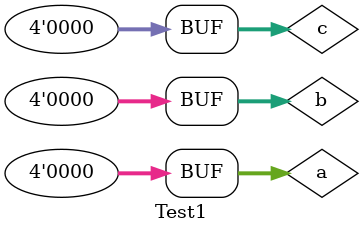
<source format=v>
`timescale 1ns / 1ps


module Test1;

	// Inputs
	reg [3:0] a;
	reg [3:0] b;
	reg [3:0] c;

	// Outputs
	wire cout;
	wire [3:0] s;

	// Instantiate the Unit Under Test (UUT)
	fulladder uut (
		.a(a), 
		.b(b), 
		.c(c), 
		.cout(cout), 
		.s(s)
	);

	initial begin
		// Initialize Inputs
		a = 0;
		b = 0;
		c = 0;

		// Wait 100 ns for global reset to finish
		#10;
        
		// Add stimulus here

	end
      
endmodule


</source>
